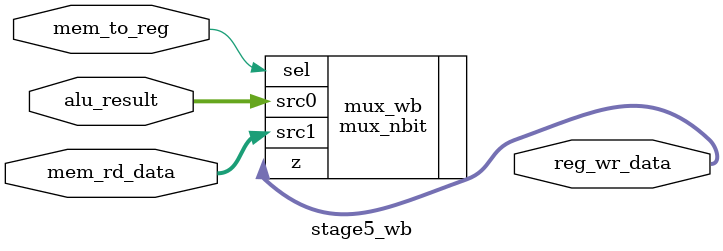
<source format=v>
module stage5_wb(
//input
mem_rd_data,
alu_result,
mem_to_reg,
//output
reg_wr_data
);
input [31:0] mem_rd_data;
input [31:0] alu_result;
input mem_to_reg;
output [31:0] reg_wr_data;

mux_nbit #(.n(32)) mux_wb(
.sel(mem_to_reg),
.src0(alu_result),
.src1(mem_rd_data),
.z(reg_wr_data)
);
endmodule

</source>
